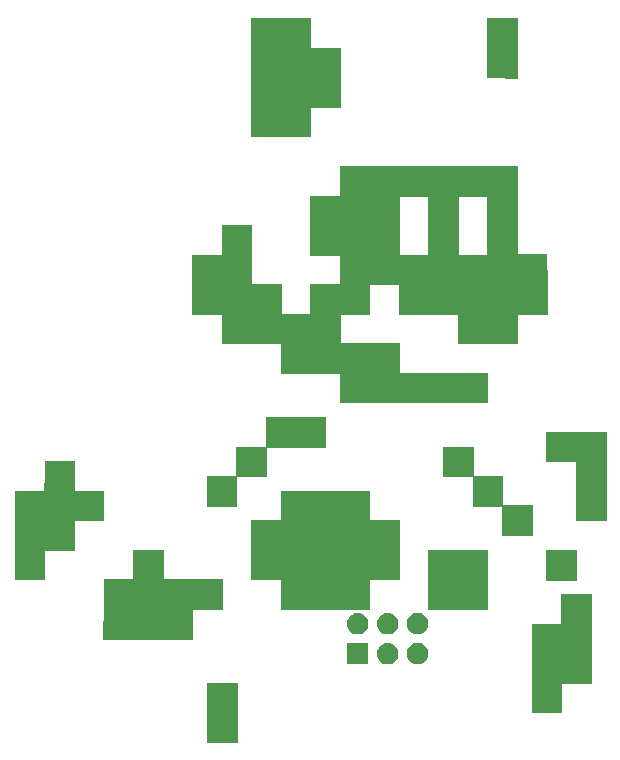
<source format=gbr>
G04 #@! TF.GenerationSoftware,KiCad,Pcbnew,5.1.2*
G04 #@! TF.CreationDate,2019-06-30T01:50:48-07:00*
G04 #@! TF.ProjectId,Mario_SAO,4d617269-6f5f-4534-914f-2e6b69636164,rev?*
G04 #@! TF.SameCoordinates,Original*
G04 #@! TF.FileFunction,Soldermask,Top*
G04 #@! TF.FilePolarity,Negative*
%FSLAX46Y46*%
G04 Gerber Fmt 4.6, Leading zero omitted, Abs format (unit mm)*
G04 Created by KiCad (PCBNEW 5.1.2) date 2019-06-30 01:50:48*
%MOMM*%
%LPD*%
G04 APERTURE LIST*
%ADD10C,0.010000*%
%ADD11C,0.100000*%
G04 APERTURE END LIST*
D10*
G36*
X119774833Y-73774500D02*
G01*
X119028708Y-73769603D01*
X118824890Y-73768179D01*
X118608127Y-73766511D01*
X118388751Y-73764690D01*
X118177098Y-73762806D01*
X117983502Y-73760948D01*
X117818296Y-73759207D01*
X117769204Y-73758643D01*
X117255826Y-73752580D01*
X117261204Y-71260582D01*
X117266583Y-68768584D01*
X119774833Y-68757664D01*
X119774833Y-73774500D01*
X119774833Y-73774500D01*
G37*
X119774833Y-73774500D02*
X119028708Y-73769603D01*
X118824890Y-73768179D01*
X118608127Y-73766511D01*
X118388751Y-73764690D01*
X118177098Y-73762806D01*
X117983502Y-73760948D01*
X117818296Y-73759207D01*
X117769204Y-73758643D01*
X117255826Y-73752580D01*
X117261204Y-71260582D01*
X117266583Y-68768584D01*
X119774833Y-68757664D01*
X119774833Y-73774500D01*
G36*
X102248833Y-71255331D02*
G01*
X103502958Y-71260791D01*
X104757083Y-71266250D01*
X104767841Y-76250664D01*
X102259417Y-76261584D01*
X102253956Y-77505125D01*
X102248495Y-78748667D01*
X97253500Y-78748667D01*
X97253500Y-68758000D01*
X102248833Y-68758000D01*
X102248833Y-71255331D01*
X102248833Y-71255331D01*
G37*
X102248833Y-71255331D02*
X103502958Y-71260791D01*
X104757083Y-71266250D01*
X104767841Y-76250664D01*
X102259417Y-76261584D01*
X102253956Y-77505125D01*
X102248495Y-78748667D01*
X97253500Y-78748667D01*
X97253500Y-68758000D01*
X102248833Y-68758000D01*
X102248833Y-71255331D01*
G36*
X119774833Y-88738995D02*
G01*
X122261917Y-88749917D01*
X122267295Y-91263459D01*
X122272673Y-93777000D01*
X119774833Y-93777000D01*
X119774833Y-96281592D01*
X118647708Y-96267568D01*
X118408972Y-96264909D01*
X118136505Y-96262414D01*
X117838907Y-96260131D01*
X117524780Y-96258109D01*
X117202726Y-96256395D01*
X116881346Y-96255038D01*
X116569241Y-96254086D01*
X116275014Y-96253587D01*
X116139458Y-96253522D01*
X114758333Y-96253500D01*
X114758333Y-93755834D01*
X109763000Y-93755834D01*
X109763000Y-91258167D01*
X107265333Y-91258167D01*
X107265333Y-93755834D01*
X104767667Y-93755834D01*
X104767667Y-96253326D01*
X109752417Y-96264084D01*
X109757876Y-97518209D01*
X109763336Y-98772334D01*
X117256000Y-98772334D01*
X117256000Y-101248834D01*
X104767667Y-101248834D01*
X104767667Y-98751167D01*
X99772672Y-98751167D01*
X99767211Y-97507625D01*
X99761750Y-96264084D01*
X97258792Y-96258705D01*
X94755833Y-96253327D01*
X94755833Y-93755834D01*
X92258167Y-93755834D01*
X92258167Y-88760500D01*
X94755833Y-88760500D01*
X94755833Y-86262834D01*
X97253500Y-86262834D01*
X97253500Y-91258167D01*
X99751167Y-91258167D01*
X99751167Y-93755834D01*
X102270000Y-93755834D01*
X102270000Y-91258167D01*
X104767667Y-91258167D01*
X104767667Y-88760500D01*
X102270000Y-88760500D01*
X102270000Y-83765167D01*
X104767667Y-83765167D01*
X109763000Y-83765167D01*
X109763000Y-88760500D01*
X112260667Y-88760500D01*
X112260667Y-83765167D01*
X114758333Y-83765167D01*
X114758333Y-88760500D01*
X117256000Y-88760500D01*
X117256000Y-83765167D01*
X114758333Y-83765167D01*
X112260667Y-83765167D01*
X109763000Y-83765167D01*
X104767667Y-83765167D01*
X104767667Y-81267500D01*
X111144125Y-81267478D01*
X111675057Y-81267429D01*
X112201945Y-81267286D01*
X112722750Y-81267054D01*
X113235430Y-81266737D01*
X113737946Y-81266338D01*
X114228257Y-81265861D01*
X114704324Y-81265311D01*
X115164104Y-81264690D01*
X115605559Y-81264003D01*
X116026648Y-81263253D01*
X116425330Y-81262445D01*
X116799565Y-81261581D01*
X117147314Y-81260667D01*
X117466535Y-81259706D01*
X117755188Y-81258701D01*
X118011232Y-81257656D01*
X118232629Y-81256576D01*
X118417336Y-81255464D01*
X118563314Y-81254323D01*
X118647708Y-81253433D01*
X119774833Y-81239409D01*
X119774833Y-88738995D01*
X119774833Y-88738995D01*
G37*
X119774833Y-88738995D02*
X122261917Y-88749917D01*
X122267295Y-91263459D01*
X122272673Y-93777000D01*
X119774833Y-93777000D01*
X119774833Y-96281592D01*
X118647708Y-96267568D01*
X118408972Y-96264909D01*
X118136505Y-96262414D01*
X117838907Y-96260131D01*
X117524780Y-96258109D01*
X117202726Y-96256395D01*
X116881346Y-96255038D01*
X116569241Y-96254086D01*
X116275014Y-96253587D01*
X116139458Y-96253522D01*
X114758333Y-96253500D01*
X114758333Y-93755834D01*
X109763000Y-93755834D01*
X109763000Y-91258167D01*
X107265333Y-91258167D01*
X107265333Y-93755834D01*
X104767667Y-93755834D01*
X104767667Y-96253326D01*
X109752417Y-96264084D01*
X109757876Y-97518209D01*
X109763336Y-98772334D01*
X117256000Y-98772334D01*
X117256000Y-101248834D01*
X104767667Y-101248834D01*
X104767667Y-98751167D01*
X99772672Y-98751167D01*
X99767211Y-97507625D01*
X99761750Y-96264084D01*
X97258792Y-96258705D01*
X94755833Y-96253327D01*
X94755833Y-93755834D01*
X92258167Y-93755834D01*
X92258167Y-88760500D01*
X94755833Y-88760500D01*
X94755833Y-86262834D01*
X97253500Y-86262834D01*
X97253500Y-91258167D01*
X99751167Y-91258167D01*
X99751167Y-93755834D01*
X102270000Y-93755834D01*
X102270000Y-91258167D01*
X104767667Y-91258167D01*
X104767667Y-88760500D01*
X102270000Y-88760500D01*
X102270000Y-83765167D01*
X104767667Y-83765167D01*
X109763000Y-83765167D01*
X109763000Y-88760500D01*
X112260667Y-88760500D01*
X112260667Y-83765167D01*
X114758333Y-83765167D01*
X114758333Y-88760500D01*
X117256000Y-88760500D01*
X117256000Y-83765167D01*
X114758333Y-83765167D01*
X112260667Y-83765167D01*
X109763000Y-83765167D01*
X104767667Y-83765167D01*
X104767667Y-81267500D01*
X111144125Y-81267478D01*
X111675057Y-81267429D01*
X112201945Y-81267286D01*
X112722750Y-81267054D01*
X113235430Y-81266737D01*
X113737946Y-81266338D01*
X114228257Y-81265861D01*
X114704324Y-81265311D01*
X115164104Y-81264690D01*
X115605559Y-81264003D01*
X116026648Y-81263253D01*
X116425330Y-81262445D01*
X116799565Y-81261581D01*
X117147314Y-81260667D01*
X117466535Y-81259706D01*
X117755188Y-81258701D01*
X118011232Y-81257656D01*
X118232629Y-81256576D01*
X118417336Y-81255464D01*
X118563314Y-81254323D01*
X118647708Y-81253433D01*
X119774833Y-81239409D01*
X119774833Y-88738995D01*
G36*
X103497667Y-105016500D02*
G01*
X98523500Y-105016500D01*
X98523500Y-102518834D01*
X103497667Y-102518834D01*
X103497667Y-105016500D01*
X103497667Y-105016500D01*
G37*
X103497667Y-105016500D02*
X98523500Y-105016500D01*
X98523500Y-102518834D01*
X103497667Y-102518834D01*
X103497667Y-105016500D01*
G36*
X98502333Y-107514167D02*
G01*
X96004667Y-107514167D01*
X96004667Y-105016500D01*
X98502333Y-105016500D01*
X98502333Y-107514167D01*
X98502333Y-107514167D01*
G37*
X98502333Y-107514167D02*
X96004667Y-107514167D01*
X96004667Y-105016500D01*
X98502333Y-105016500D01*
X98502333Y-107514167D01*
G36*
X96004667Y-110011834D02*
G01*
X93507000Y-110011834D01*
X93507000Y-107514167D01*
X96004667Y-107514167D01*
X96004667Y-110011834D01*
X96004667Y-110011834D01*
G37*
X96004667Y-110011834D02*
X93507000Y-110011834D01*
X93507000Y-107514167D01*
X96004667Y-107514167D01*
X96004667Y-110011834D01*
G36*
X127267833Y-111260667D02*
G01*
X124749000Y-111260667D01*
X124749000Y-106265334D01*
X122251333Y-106265334D01*
X122251333Y-103746500D01*
X127267833Y-103746500D01*
X127267833Y-111260667D01*
X127267833Y-111260667D01*
G37*
X127267833Y-111260667D02*
X124749000Y-111260667D01*
X124749000Y-106265334D01*
X122251333Y-106265334D01*
X122251333Y-103746500D01*
X127267833Y-103746500D01*
X127267833Y-111260667D01*
G36*
X116007167Y-107514167D02*
G01*
X113509500Y-107514167D01*
X113509500Y-105016500D01*
X116007167Y-105016500D01*
X116007167Y-107514167D01*
X116007167Y-107514167D01*
G37*
X116007167Y-107514167D02*
X113509500Y-107514167D01*
X113509500Y-105016500D01*
X116007167Y-105016500D01*
X116007167Y-107514167D01*
G36*
X118526006Y-108747125D02*
G01*
X118526000Y-109990667D01*
X121023667Y-109990667D01*
X121023667Y-112530667D01*
X118504833Y-112530667D01*
X118504833Y-110011834D01*
X116007167Y-110011834D01*
X116007167Y-107517878D01*
X118526011Y-107503584D01*
X118526006Y-108747125D01*
X118526006Y-108747125D01*
G37*
X118526006Y-108747125D02*
X118526000Y-109990667D01*
X121023667Y-109990667D01*
X121023667Y-112530667D01*
X118504833Y-112530667D01*
X118504833Y-110011834D01*
X116007167Y-110011834D01*
X116007167Y-107517878D01*
X118526011Y-107503584D01*
X118526006Y-108747125D01*
G36*
X82246333Y-108763000D02*
G01*
X84744000Y-108763000D01*
X84744000Y-111260667D01*
X82246333Y-111260667D01*
X82246333Y-113758334D01*
X79748667Y-113758334D01*
X79748667Y-116256000D01*
X77251000Y-116256000D01*
X77251000Y-108763336D01*
X78505125Y-108757876D01*
X79759250Y-108752417D01*
X79764711Y-107508875D01*
X79770172Y-106265334D01*
X82246333Y-106265334D01*
X82246333Y-108763000D01*
X82246333Y-108763000D01*
G37*
X82246333Y-108763000D02*
X84744000Y-108763000D01*
X84744000Y-111260667D01*
X82246333Y-111260667D01*
X82246333Y-113758334D01*
X79748667Y-113758334D01*
X79748667Y-116256000D01*
X77251000Y-116256000D01*
X77251000Y-108763336D01*
X78505125Y-108757876D01*
X79759250Y-108752417D01*
X79764711Y-107508875D01*
X79770172Y-106265334D01*
X82246333Y-106265334D01*
X82246333Y-108763000D01*
G36*
X124770167Y-116277167D02*
G01*
X122251333Y-116277167D01*
X122251333Y-113758334D01*
X124770167Y-113758334D01*
X124770167Y-116277167D01*
X124770167Y-116277167D01*
G37*
X124770167Y-116277167D02*
X122251333Y-116277167D01*
X122251333Y-113758334D01*
X124770167Y-113758334D01*
X124770167Y-116277167D01*
G36*
X117256000Y-118753667D02*
G01*
X112260667Y-118753667D01*
X112260667Y-113758334D01*
X117256000Y-113758334D01*
X117256000Y-118753667D01*
X117256000Y-118753667D01*
G37*
X117256000Y-118753667D02*
X112260667Y-118753667D01*
X112260667Y-113758334D01*
X117256000Y-113758334D01*
X117256000Y-118753667D01*
G36*
X107265333Y-111260667D02*
G01*
X109763000Y-111260667D01*
X109763000Y-116256000D01*
X107265333Y-116256000D01*
X107265333Y-118753667D01*
X99772672Y-118753667D01*
X99767211Y-117510125D01*
X99761750Y-116266584D01*
X97253500Y-116255664D01*
X97253500Y-111260667D01*
X99772333Y-111260667D01*
X99772333Y-108763000D01*
X107265333Y-108763000D01*
X107265333Y-111260667D01*
X107265333Y-111260667D01*
G37*
X107265333Y-111260667D02*
X109763000Y-111260667D01*
X109763000Y-116256000D01*
X107265333Y-116256000D01*
X107265333Y-118753667D01*
X99772672Y-118753667D01*
X99767211Y-117510125D01*
X99761750Y-116266584D01*
X97253500Y-116255664D01*
X97253500Y-111260667D01*
X99772333Y-111260667D01*
X99772333Y-108763000D01*
X107265333Y-108763000D01*
X107265333Y-111260667D01*
G36*
X89760500Y-116256000D02*
G01*
X94755833Y-116256000D01*
X94755833Y-118753667D01*
X92251482Y-118753667D01*
X92266537Y-120013084D01*
X92281592Y-121272500D01*
X84737136Y-121272500D01*
X84751151Y-120507039D01*
X84753413Y-120360637D01*
X84755563Y-120177146D01*
X84757569Y-119961808D01*
X84759404Y-119719866D01*
X84761038Y-119456565D01*
X84762441Y-119177146D01*
X84763585Y-118886854D01*
X84764440Y-118590932D01*
X84764977Y-118294623D01*
X84765166Y-118003170D01*
X84765167Y-117998789D01*
X84765167Y-116256000D01*
X87262833Y-116256000D01*
X87262833Y-113758334D01*
X89760500Y-113758334D01*
X89760500Y-116256000D01*
X89760500Y-116256000D01*
G37*
X89760500Y-116256000D02*
X94755833Y-116256000D01*
X94755833Y-118753667D01*
X92251482Y-118753667D01*
X92266537Y-120013084D01*
X92281592Y-121272500D01*
X84737136Y-121272500D01*
X84751151Y-120507039D01*
X84753413Y-120360637D01*
X84755563Y-120177146D01*
X84757569Y-119961808D01*
X84759404Y-119719866D01*
X84761038Y-119456565D01*
X84762441Y-119177146D01*
X84763585Y-118886854D01*
X84764440Y-118590932D01*
X84764977Y-118294623D01*
X84765166Y-118003170D01*
X84765167Y-117998789D01*
X84765167Y-116256000D01*
X87262833Y-116256000D01*
X87262833Y-113758334D01*
X89760500Y-113758334D01*
X89760500Y-116256000D01*
G36*
X126019000Y-125019000D02*
G01*
X123521333Y-125019000D01*
X123521333Y-127516667D01*
X121002500Y-127516667D01*
X121002500Y-120002500D01*
X123500167Y-120002500D01*
X123500167Y-117504834D01*
X126019000Y-117504834D01*
X126019000Y-125019000D01*
X126019000Y-125019000D01*
G37*
X126019000Y-125019000D02*
X123521333Y-125019000D01*
X123521333Y-127516667D01*
X121002500Y-127516667D01*
X121002500Y-120002500D01*
X123500167Y-120002500D01*
X123500167Y-117504834D01*
X126019000Y-117504834D01*
X126019000Y-125019000D01*
G36*
X96025833Y-130014334D02*
G01*
X93507000Y-130014334D01*
X93507000Y-124997834D01*
X96025833Y-124997834D01*
X96025833Y-130014334D01*
X96025833Y-130014334D01*
G37*
X96025833Y-130014334D02*
X93507000Y-130014334D01*
X93507000Y-124997834D01*
X96025833Y-124997834D01*
X96025833Y-130014334D01*
D11*
G36*
X111616778Y-121660547D02*
G01*
X111783224Y-121729491D01*
X111933022Y-121829583D01*
X112060417Y-121956978D01*
X112160509Y-122106776D01*
X112229453Y-122273222D01*
X112264600Y-122449918D01*
X112264600Y-122630082D01*
X112229453Y-122806778D01*
X112160509Y-122973224D01*
X112060417Y-123123022D01*
X111933022Y-123250417D01*
X111783224Y-123350509D01*
X111616778Y-123419453D01*
X111440082Y-123454600D01*
X111259918Y-123454600D01*
X111083222Y-123419453D01*
X110916776Y-123350509D01*
X110766978Y-123250417D01*
X110639583Y-123123022D01*
X110539491Y-122973224D01*
X110470547Y-122806778D01*
X110435400Y-122630082D01*
X110435400Y-122449918D01*
X110470547Y-122273222D01*
X110539491Y-122106776D01*
X110639583Y-121956978D01*
X110766978Y-121829583D01*
X110916776Y-121729491D01*
X111083222Y-121660547D01*
X111259918Y-121625400D01*
X111440082Y-121625400D01*
X111616778Y-121660547D01*
X111616778Y-121660547D01*
G37*
G36*
X108989294Y-121638633D02*
G01*
X109161695Y-121690931D01*
X109320583Y-121775858D01*
X109459849Y-121890151D01*
X109574142Y-122029417D01*
X109659069Y-122188305D01*
X109711367Y-122360706D01*
X109729025Y-122540000D01*
X109711367Y-122719294D01*
X109659069Y-122891695D01*
X109574142Y-123050583D01*
X109459849Y-123189849D01*
X109320583Y-123304142D01*
X109161695Y-123389069D01*
X108989294Y-123441367D01*
X108854931Y-123454600D01*
X108765069Y-123454600D01*
X108630706Y-123441367D01*
X108458305Y-123389069D01*
X108299417Y-123304142D01*
X108160151Y-123189849D01*
X108045858Y-123050583D01*
X107960931Y-122891695D01*
X107908633Y-122719294D01*
X107890975Y-122540000D01*
X107908633Y-122360706D01*
X107960931Y-122188305D01*
X108045858Y-122029417D01*
X108160151Y-121890151D01*
X108299417Y-121775858D01*
X108458305Y-121690931D01*
X108630706Y-121638633D01*
X108765069Y-121625400D01*
X108854931Y-121625400D01*
X108989294Y-121638633D01*
X108989294Y-121638633D01*
G37*
G36*
X107184600Y-123454600D02*
G01*
X105355400Y-123454600D01*
X105355400Y-121625400D01*
X107184600Y-121625400D01*
X107184600Y-123454600D01*
X107184600Y-123454600D01*
G37*
G36*
X111616778Y-119120547D02*
G01*
X111783224Y-119189491D01*
X111933022Y-119289583D01*
X112060417Y-119416978D01*
X112160509Y-119566776D01*
X112229453Y-119733222D01*
X112264600Y-119909918D01*
X112264600Y-120090082D01*
X112229453Y-120266778D01*
X112160509Y-120433224D01*
X112060417Y-120583022D01*
X111933022Y-120710417D01*
X111783224Y-120810509D01*
X111616778Y-120879453D01*
X111440082Y-120914600D01*
X111259918Y-120914600D01*
X111083222Y-120879453D01*
X110916776Y-120810509D01*
X110766978Y-120710417D01*
X110639583Y-120583022D01*
X110539491Y-120433224D01*
X110470547Y-120266778D01*
X110435400Y-120090082D01*
X110435400Y-119909918D01*
X110470547Y-119733222D01*
X110539491Y-119566776D01*
X110639583Y-119416978D01*
X110766978Y-119289583D01*
X110916776Y-119189491D01*
X111083222Y-119120547D01*
X111259918Y-119085400D01*
X111440082Y-119085400D01*
X111616778Y-119120547D01*
X111616778Y-119120547D01*
G37*
G36*
X108989294Y-119098633D02*
G01*
X109161695Y-119150931D01*
X109320583Y-119235858D01*
X109459849Y-119350151D01*
X109574142Y-119489417D01*
X109659069Y-119648305D01*
X109711367Y-119820706D01*
X109729025Y-120000000D01*
X109711367Y-120179294D01*
X109659069Y-120351695D01*
X109574142Y-120510583D01*
X109459849Y-120649849D01*
X109320583Y-120764142D01*
X109161695Y-120849069D01*
X108989294Y-120901367D01*
X108854931Y-120914600D01*
X108765069Y-120914600D01*
X108630706Y-120901367D01*
X108458305Y-120849069D01*
X108299417Y-120764142D01*
X108160151Y-120649849D01*
X108045858Y-120510583D01*
X107960931Y-120351695D01*
X107908633Y-120179294D01*
X107890975Y-120000000D01*
X107908633Y-119820706D01*
X107960931Y-119648305D01*
X108045858Y-119489417D01*
X108160151Y-119350151D01*
X108299417Y-119235858D01*
X108458305Y-119150931D01*
X108630706Y-119098633D01*
X108765069Y-119085400D01*
X108854931Y-119085400D01*
X108989294Y-119098633D01*
X108989294Y-119098633D01*
G37*
G36*
X106449294Y-119098633D02*
G01*
X106621695Y-119150931D01*
X106780583Y-119235858D01*
X106919849Y-119350151D01*
X107034142Y-119489417D01*
X107119069Y-119648305D01*
X107171367Y-119820706D01*
X107189025Y-120000000D01*
X107171367Y-120179294D01*
X107119069Y-120351695D01*
X107034142Y-120510583D01*
X106919849Y-120649849D01*
X106780583Y-120764142D01*
X106621695Y-120849069D01*
X106449294Y-120901367D01*
X106314931Y-120914600D01*
X106225069Y-120914600D01*
X106090706Y-120901367D01*
X105918305Y-120849069D01*
X105759417Y-120764142D01*
X105620151Y-120649849D01*
X105505858Y-120510583D01*
X105420931Y-120351695D01*
X105368633Y-120179294D01*
X105350975Y-120000000D01*
X105368633Y-119820706D01*
X105420931Y-119648305D01*
X105505858Y-119489417D01*
X105620151Y-119350151D01*
X105759417Y-119235858D01*
X105918305Y-119150931D01*
X106090706Y-119098633D01*
X106225069Y-119085400D01*
X106314931Y-119085400D01*
X106449294Y-119098633D01*
X106449294Y-119098633D01*
G37*
M02*

</source>
